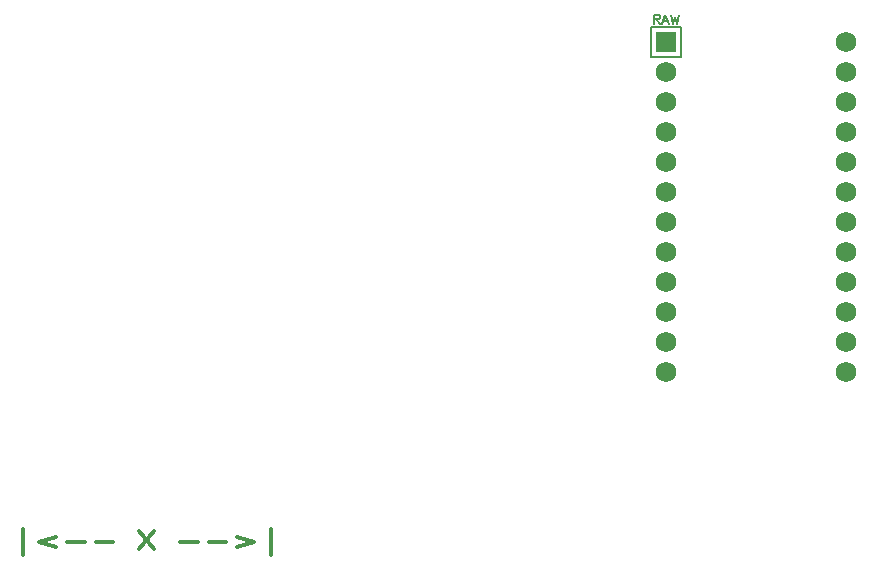
<source format=gbr>
%TF.GenerationSoftware,KiCad,Pcbnew,6.99.0*%
%TF.CreationDate,2021-12-29T22:27:03+01:00*%
%TF.ProjectId,shoggotwide,73686f67-676f-4747-9769-64652e6b6963,v1.0.0*%
%TF.SameCoordinates,Original*%
%TF.FileFunction,Legend,Top*%
%TF.FilePolarity,Positive*%
%FSLAX46Y46*%
G04 Gerber Fmt 4.6, Leading zero omitted, Abs format (unit mm)*
G04 Created by KiCad (PCBNEW 6.99.0) date 2021-12-29 22:27:03*
%MOMM*%
%LPD*%
G01*
G04 APERTURE LIST*
%ADD10C,0.300000*%
%ADD11C,0.150000*%
%ADD12R,1.752600X1.752600*%
%ADD13C,1.752600*%
G04 APERTURE END LIST*
D10*
X201001142Y-149098571D02*
X201001142Y-146955714D01*
X203856095Y-147598571D02*
X202382571Y-148027142D01*
X203856095Y-148455714D01*
X204777047Y-148027142D02*
X206250571Y-148027142D01*
X207171523Y-148027142D02*
X208645047Y-148027142D01*
X210855333Y-147098571D02*
X212144666Y-148598571D01*
X212144666Y-147098571D02*
X210855333Y-148598571D01*
X214354952Y-148027142D02*
X215828476Y-148027142D01*
X216749428Y-148027142D02*
X218222952Y-148027142D01*
X219143904Y-147598571D02*
X220617428Y-148027142D01*
X219143904Y-148455714D01*
X221998857Y-149098571D02*
X221998857Y-146955714D01*
D11*
%TO.C,MCU1*%
X254923019Y-104167704D02*
X254656352Y-103786752D01*
X254465876Y-104167704D02*
X254465876Y-103367704D01*
X254770638Y-103367704D01*
X254846828Y-103405800D01*
X254884923Y-103443895D01*
X254923019Y-103520085D01*
X254923019Y-103634371D01*
X254884923Y-103710561D01*
X254846828Y-103748657D01*
X254770638Y-103786752D01*
X254465876Y-103786752D01*
X255227780Y-103939133D02*
X255608733Y-103939133D01*
X255151590Y-104167704D02*
X255418257Y-103367704D01*
X255684923Y-104167704D01*
X255875400Y-103367704D02*
X256065876Y-104167704D01*
X256218257Y-103596276D01*
X256370638Y-104167704D01*
X256561114Y-103367704D01*
X256720000Y-104390000D02*
X254180000Y-104390000D01*
X256720000Y-104390000D02*
X256720000Y-106930000D01*
X254180000Y-104390000D02*
X254180000Y-106930000D01*
X256720000Y-106930000D02*
X254180000Y-106930000D01*
%TD*%
D12*
%TO.C,MCU1*%
X255450000Y-105660000D03*
D13*
X255450000Y-108200000D03*
X255450000Y-110740000D03*
X255450000Y-113280000D03*
X255450000Y-115820000D03*
X255450000Y-118360000D03*
X255450000Y-120900000D03*
X255450000Y-123440000D03*
X255450000Y-125980000D03*
X255450000Y-128520000D03*
X255450000Y-131060000D03*
X255450000Y-133600000D03*
X270690000Y-105660000D03*
X270690000Y-108200000D03*
X270690000Y-110740000D03*
X270690000Y-113280000D03*
X270690000Y-115820000D03*
X270690000Y-118360000D03*
X270690000Y-120900000D03*
X270690000Y-123440000D03*
X270690000Y-125980000D03*
X270690000Y-128520000D03*
X270690000Y-131060000D03*
X270690000Y-133600000D03*
%TD*%
M02*

</source>
